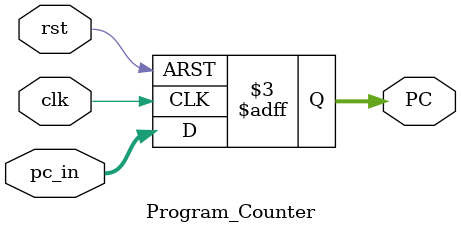
<source format=v>
module Program_Counter (
input   wire    [31:0]  pc_in ,
input   wire            clk ,
input   wire            rst ,
output  reg     [31:0]  PC
);

always @(posedge clk or negedge rst)
 begin
    if(!rst)
     begin
        PC <= 32'b0 ;
     end
    else
     begin
        PC <= pc_in ;
     end
 end
 
endmodule

</source>
